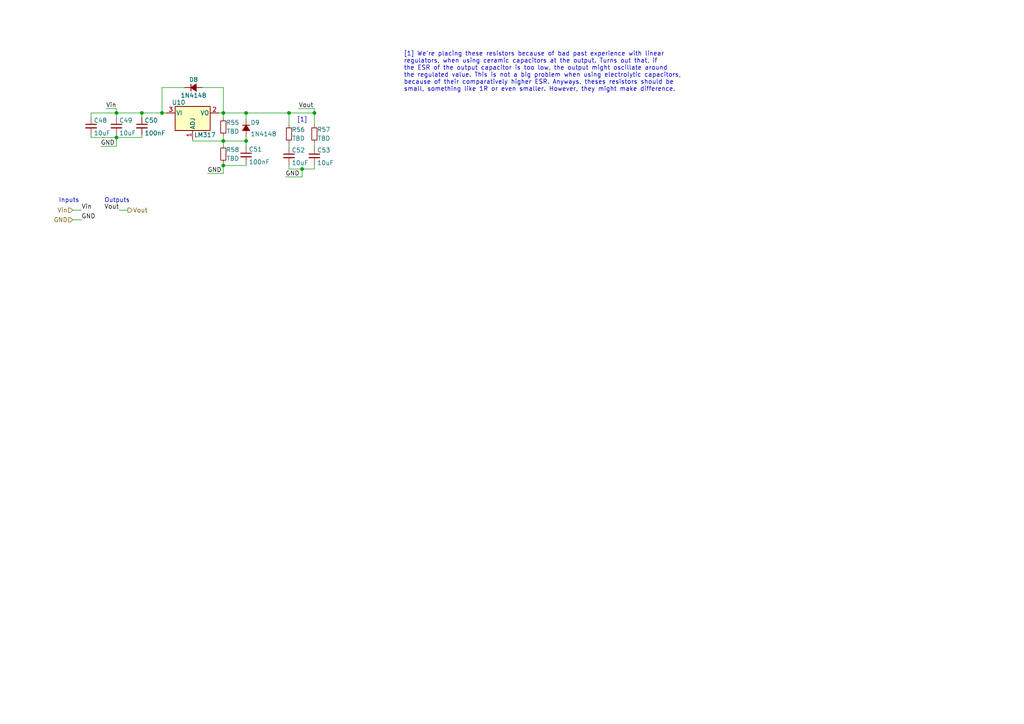
<source format=kicad_sch>
(kicad_sch (version 20211123) (generator eeschema)
  (paper "A4")
  (lib_symbols
    (symbol "Device:C_Small" (pin_numbers hide) (pin_names (offset 0.254) hide)
      (property "Reference" "C" (at 0.254 1.778 0))
      (property "Value" "C_Small" (at 0.254 -2.032 0))
      (symbol "C_Small_0_1"
        (polyline (pts (xy -1.524 -0.508) (xy 1.524 -0.508)) (stroke (width 0.3302)))
        (polyline (pts (xy -1.524 0.508) (xy 1.524 0.508)) (stroke (width 0.3048)))
      )
      (symbol "C_Small_1_1"
        (pin passive line (at 0 2.54 270) (length 2.032) (name "~") (number "1"))
        (pin passive line (at 0 -2.54 90) (length 2.032) (name "~") (number "2"))
      )
    )
    (symbol "Device:D_Small_Filled" (pin_numbers hide) (pin_names (offset 0.254) hide)
      (property "Reference" "D" (at -1.27 2.032 0))
      (property "Value" "D_Small_Filled" (at -3.81 -2.032 0))
      (symbol "D_Small_Filled_0_1"
        (polyline (pts (xy -0.762 -1.016) (xy -0.762 1.016)) (stroke (width 0.254)))
        (polyline (pts (xy -0.762 0) (xy 0.762 0)))
        (polyline (pts (xy 0.762 -1.016) (xy -0.762 0) (xy 0.762 1.016) (xy 0.762 -1.016)) (stroke (width 0.254)) (fill (type outline)))
      )
      (symbol "D_Small_Filled_1_1"
        (pin passive line (at -2.54 0 0) (length 1.778) (name "K") (number "1"))
        (pin passive line (at 2.54 0 180) (length 1.778) (name "A") (number "2"))
      )
    )
    (symbol "Device:R_Small" (pin_numbers hide) (pin_names (offset 0.254) hide)
      (property "Reference" "R" (at 0.762 0.508 0))
      (property "Value" "R_Small" (at 0.762 -1.016 0))
      (symbol "R_Small_0_1"
        (rectangle (start -0.762 1.778) (end 0.762 -1.778) (stroke (width 0.2032)))
      )
      (symbol "R_Small_1_1"
        (pin passive line (at 0 2.54 270) (length 0.762) (name "~") (number "1"))
        (pin passive line (at 0 -2.54 90) (length 0.762) (name "~") (number "2"))
      )
    )
    (symbol "Regulator_Linear:LM317_TO-263" (pin_names (offset 0.254))
      (property "Reference" "U" (at -3.81 3.175 0))
      (property "Value" "LM317_TO-263" (at 0 3.175 0))
      (symbol "LM317_TO-263_0_1"
        (rectangle (start -5.08 1.905) (end 5.08 -5.08) (stroke (width 0.254)) (fill (type background)))
      )
      (symbol "LM317_TO-263_1_1"
        (pin input line (at 0 -7.62 90) (length 2.54) (name "ADJ") (number "1"))
        (pin power_out line (at 7.62 0 180) (length 2.54) (name "VO") (number "2"))
        (pin power_in line (at -7.62 0 0) (length 2.54) (name "VI") (number "3"))
      )
    )
  )
  (junction (at 71.374 32.766))
  (junction (at 64.77 40.894))
  (junction (at 71.374 40.894))
  (junction (at 33.782 32.766))
  (junction (at 46.99 32.766))
  (junction (at 33.782 39.878))
  (junction (at 91.186 32.766))
  (junction (at 41.148 32.766))
  (junction (at 64.77 48.006))
  (junction (at 64.77 32.766))
  (junction (at 83.82 32.766))
  (junction (at 87.63 49.022))
  (wire (pts (xy 55.88 40.386) (xy 55.88 40.894)))
  (wire (pts (xy 41.148 32.766) (xy 33.782 32.766)))
  (wire (pts (xy 91.186 32.766) (xy 83.82 32.766)))
  (wire (pts (xy 71.374 40.894) (xy 71.374 42.418)))
  (wire (pts (xy 29.21 42.418) (xy 33.782 42.418)))
  (wire (pts (xy 87.63 49.022) (xy 91.186 49.022)))
  (wire (pts (xy 83.82 41.402) (xy 83.82 42.672)))
  (wire (pts (xy 64.77 48.006) (xy 64.77 50.292)))
  (wire (pts (xy 91.186 41.402) (xy 91.186 42.672)))
  (wire (pts (xy 34.544 60.96) (xy 37.084 60.96)))
  (wire (pts (xy 26.416 32.766) (xy 26.416 34.036)))
  (wire (pts (xy 26.416 39.878) (xy 33.782 39.878)))
  (wire (pts (xy 64.77 39.37) (xy 64.77 40.894)))
  (wire (pts (xy 46.99 25.4) (xy 46.99 32.766)))
  (wire (pts (xy 63.5 32.766) (xy 64.77 32.766)))
  (wire (pts (xy 60.198 50.292) (xy 64.77 50.292)))
  (wire (pts (xy 21.082 60.96) (xy 23.622 60.96)))
  (wire (pts (xy 86.614 31.496) (xy 91.186 31.496)))
  (wire (pts (xy 71.374 32.766) (xy 71.374 34.544)))
  (wire (pts (xy 71.374 48.006) (xy 64.77 48.006)))
  (wire (pts (xy 64.77 47.244) (xy 64.77 48.006)))
  (wire (pts (xy 48.26 32.766) (xy 46.99 32.766)))
  (wire (pts (xy 41.148 39.878) (xy 33.782 39.878)))
  (wire (pts (xy 71.374 47.498) (xy 71.374 48.006)))
  (wire (pts (xy 91.186 49.022) (xy 91.186 47.752)))
  (wire (pts (xy 91.186 36.322) (xy 91.186 32.766)))
  (wire (pts (xy 41.148 32.766) (xy 41.148 34.036)))
  (wire (pts (xy 46.99 32.766) (xy 41.148 32.766)))
  (wire (pts (xy 30.734 31.496) (xy 33.782 31.496)))
  (wire (pts (xy 64.77 25.4) (xy 64.77 32.766)))
  (wire (pts (xy 33.782 39.878) (xy 33.782 39.116)))
  (wire (pts (xy 64.77 32.766) (xy 64.77 34.29)))
  (wire (pts (xy 83.82 49.022) (xy 83.82 47.752)))
  (wire (pts (xy 53.594 25.4) (xy 46.99 25.4)))
  (wire (pts (xy 64.77 32.766) (xy 71.374 32.766)))
  (wire (pts (xy 33.782 32.766) (xy 33.782 34.036)))
  (wire (pts (xy 41.148 39.116) (xy 41.148 39.878)))
  (wire (pts (xy 87.63 49.022) (xy 87.63 51.308)))
  (wire (pts (xy 83.82 49.022) (xy 87.63 49.022)))
  (wire (pts (xy 71.374 32.766) (xy 83.82 32.766)))
  (wire (pts (xy 33.782 31.496) (xy 33.782 32.766)))
  (wire (pts (xy 83.82 32.766) (xy 83.82 36.322)))
  (wire (pts (xy 71.374 39.624) (xy 71.374 40.894)))
  (wire (pts (xy 91.186 31.496) (xy 91.186 32.766)))
  (wire (pts (xy 21.082 63.754) (xy 23.622 63.754)))
  (wire (pts (xy 71.374 40.894) (xy 64.77 40.894)))
  (wire (pts (xy 33.782 39.878) (xy 33.782 42.418)))
  (wire (pts (xy 64.77 40.894) (xy 64.77 42.164)))
  (wire (pts (xy 82.804 51.308) (xy 87.63 51.308)))
  (wire (pts (xy 55.88 40.894) (xy 64.77 40.894)))
  (wire (pts (xy 58.674 25.4) (xy 64.77 25.4)))
  (wire (pts (xy 26.416 39.116) (xy 26.416 39.878)))
  (wire (pts (xy 33.782 32.766) (xy 26.416 32.766)))
  (text "Outputs" (at 30.226 58.928 0) (effects (font (size 1.27 1.27)) (justify left bottom)))
  (text "Inputs" (at 17.018 58.928 0) (effects (font (size 1.27 1.27)) (justify left bottom)))
  (text "[1]" (at 86.106 35.56 0) (effects (font (size 1.27 1.27)) (justify left bottom)))
  (text "[1] We're placing these resistors because of bad past experience with linear\nregulators, when using ceramic capacitors at the output. Turns out that, if\nthe ESR of the output capacitor is too low, the output might oscillate around\nthe regulated value. This is not a big problem when using electrolytic capacitors,\nbecause of their comparatively higher ESR. Anyways, theses resistors should be\nsmall, something like 1R or even smaller. However, they might make difference." (at 117.094 26.67 0) (effects (font (size 1.27 1.27)) (justify left bottom)))
  (label "GND" (at 60.198 50.292 0))
  (label "Vout" (at 86.614 31.496 0))
  (label "Vin" (at 30.734 31.496 0))
  (label "GND" (at 82.804 51.308 0))
  (label "GND" (at 23.622 63.754 0))
  (label "Vout" (at 34.544 60.96 180))
  (label "Vin" (at 23.622 60.96 0))
  (label "GND" (at 29.21 42.418 0))
  (hierarchical_label "GND" (shape input) (at 21.082 63.754 180))
  (hierarchical_label "Vin" (shape input) (at 21.082 60.96 180))
  (hierarchical_label "Vout" (shape output) (at 37.084 60.96 0))
  (symbol (lib_id "Device:C_Small") (at 33.782 36.576 0) (unit 1)
    (property "Reference" "C49" (at 34.544 34.925 0) (effects (justify left)))
    (property "Value" "10uF" (at 34.544 38.608 0) (effects (justify left)))
    (property "Footprint" "Capacitor_SMD:C_0805_2012Metric_Pad1.18x1.45mm_HandSolder" (effects hide))
  )
  (symbol (lib_id "Device:C_Small") (at 91.186 45.212 0) (unit 1)
    (property "Reference" "C53" (at 91.948 43.561 0) (effects (justify left)))
    (property "Value" "10uF" (at 91.948 47.244 0) (effects (justify left)))
    (property "Footprint" "Capacitor_SMD:C_0805_2012Metric_Pad1.18x1.45mm_HandSolder" (effects hide))
  )
  (symbol (lib_id "Device:C_Small") (at 83.82 45.212 0) (unit 1)
    (property "Reference" "C52" (at 84.582 43.561 0) (effects (justify left)))
    (property "Value" "10uF" (at 84.582 47.244 0) (effects (justify left)))
    (property "Footprint" "Capacitor_SMD:C_0805_2012Metric_Pad1.18x1.45mm_HandSolder" (effects hide))
  )
  (symbol (lib_id "Device:C_Small") (at 41.148 36.576 0) (unit 1)
    (property "Reference" "C50" (at 41.91 34.925 0) (effects (justify left)))
    (property "Value" "100nF" (at 41.91 38.608 0) (effects (justify left)))
    (property "Footprint" "Capacitor_SMD:C_0805_2012Metric_Pad1.18x1.45mm_HandSolder" (effects hide))
  )
  (symbol (lib_id "Device:R_Small") (at 83.82 38.862 0) (unit 1)
    (property "Reference" "R56" (at 84.582 37.592 0) (effects (justify left)))
    (property "Value" "TBD" (at 84.709 40.132 0) (effects (justify left)))
    (property "Footprint" "Resistor_SMD:R_0805_2012Metric_Pad1.20x1.40mm_HandSolder" (effects hide))
  )
  (symbol (lib_id "Regulator_Linear:LM317_TO-263") (at 55.88 32.766 0) (unit 1)
    (property "Reference" "U10" (at 51.816 29.718 0))
    (property "Value" "LM317" (at 59.436 39.116 0))
    (property "Footprint" "Package_TO_SOT_SMD:TO-263-2" (effects hide))
    (property "Datasheet" "http://www.ti.com/lit/ds/symlink/lm317.pdf" (effects hide))
  )
  (symbol (lib_id "Device:C_Small") (at 71.374 44.958 0) (unit 1)
    (property "Reference" "C51" (at 72.136 43.307 0) (effects (justify left)))
    (property "Value" "100nF" (at 72.136 46.99 0) (effects (justify left)))
    (property "Footprint" "Capacitor_SMD:C_0805_2012Metric_Pad1.18x1.45mm_HandSolder" (effects hide))
  )
  (symbol (lib_id "Device:D_Small_Filled") (at 56.134 25.4 0) (unit 1)
    (property "Reference" "D8" (at 56.134 23.114 0))
    (property "Value" "1N4148" (at 56.134 27.686 0))
    (property "Footprint" "Diode_SMD:D_SOD-123" (effects hide))
  )
  (symbol (lib_id "Device:D_Small_Filled") (at 71.374 37.084 270) (unit 1)
    (property "Reference" "D9" (at 72.644 35.56 90) (effects (justify left)))
    (property "Value" "1N4148" (at 72.644 38.862 90) (effects (justify left)))
    (property "Footprint" "Diode_SMD:D_SOD-123" (effects hide))
  )
  (symbol (lib_id "Device:R_Small") (at 64.77 36.83 0) (unit 1)
    (property "Reference" "R55" (at 65.532 35.56 0) (effects (justify left)))
    (property "Value" "TBD" (at 65.659 38.1 0) (effects (justify left)))
    (property "Footprint" "Resistor_SMD:R_0805_2012Metric_Pad1.20x1.40mm_HandSolder" (effects hide))
  )
  (symbol (lib_id "Device:R_Small") (at 64.77 44.704 0) (unit 1)
    (property "Reference" "R58" (at 65.532 43.434 0) (effects (justify left)))
    (property "Value" "TBD" (at 65.659 45.974 0) (effects (justify left)))
    (property "Footprint" "Resistor_SMD:R_0805_2012Metric_Pad1.20x1.40mm_HandSolder" (effects hide))
  )
  (symbol (lib_id "Device:C_Small") (at 26.416 36.576 0) (unit 1)
    (property "Reference" "C48" (at 27.178 34.925 0) (effects (justify left)))
    (property "Value" "10uF" (at 27.178 38.608 0) (effects (justify left)))
    (property "Footprint" "Capacitor_SMD:C_0805_2012Metric_Pad1.18x1.45mm_HandSolder" (effects hide))
  )
  (symbol (lib_id "Device:R_Small") (at 91.186 38.862 0) (unit 1)
    (property "Reference" "R57" (at 91.948 37.592 0) (effects (justify left)))
    (property "Value" "TBD" (at 92.075 40.132 0) (effects (justify left)))
    (property "Footprint" "Resistor_SMD:R_0805_2012Metric_Pad1.20x1.40mm_HandSolder" (effects hide))
  )
)
</source>
